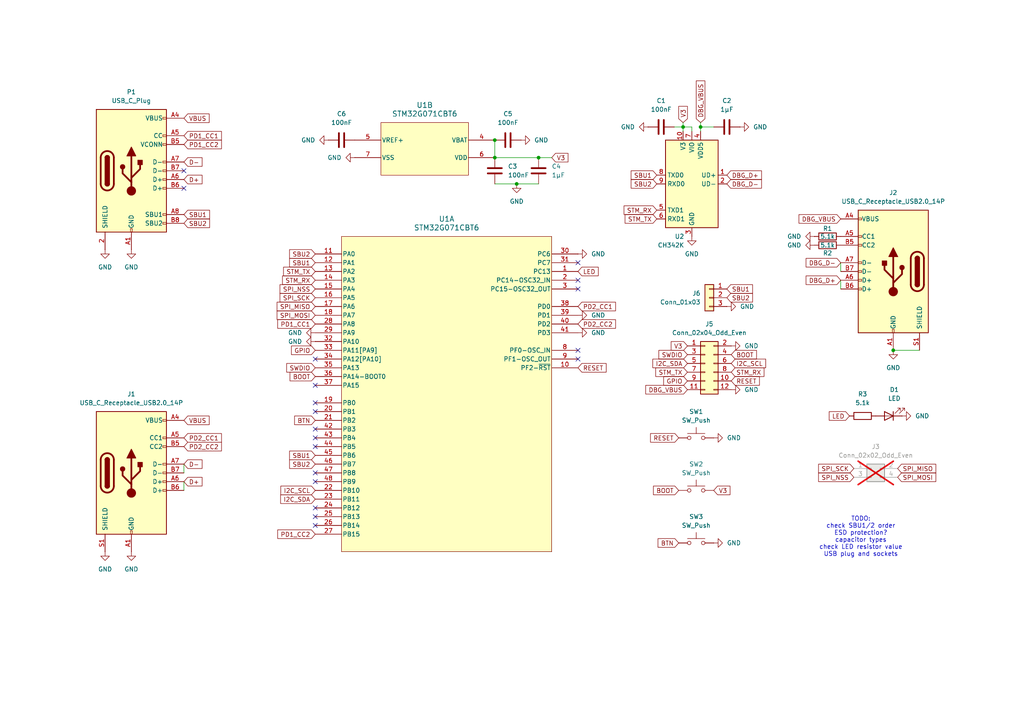
<source format=kicad_sch>
(kicad_sch (version 20231120) (generator "eeschema") (generator_version "8.0")
  (paper "A4")
  (lib_symbols
    (symbol "Connector:USB_C_Plug" (pin_names (offset 1.016))
      (property "Reference" "P1" (at 0 33.02 0))
      (property "Value" "USB_C_Plug" (at 0 30.48 0))
      (symbol "USB_C_Plug_0_0"
        (rectangle (start -0.254 -6.604) (end 0.254 -7.62))
        (rectangle (start 9.144 5.334) (end 10.16 4.826))
        (rectangle (start 9.144 7.874) (end 10.16 7.366))
        (rectangle (start 9.144 10.414) (end 10.16 9.906))
        (rectangle (start 9.144 12.954) (end 10.16 12.446))
        (rectangle (start 9.144 18.034) (end 10.16 17.526))
        (rectangle (start 10.16 -4.826) (end 9.144 -5.334))
        (rectangle (start 10.16 -2.286) (end 9.144 -2.794))
        (rectangle (start 10.16 20.574) (end 9.144 20.066))
        (rectangle (start 10.16 25.654) (end 9.144 25.146))
      )
      (symbol "USB_C_Plug_0_1"
        (rectangle (start -10.16 27.94) (end 10.16 -7.62) (stroke (width 0.254)) (fill (type background)))
        (arc (start -8.89 6.35) (mid -6.985 4.4533) (end -5.08 6.35) (stroke (width 0.508)))
        (arc (start -7.62 6.35) (mid -6.985 5.7177) (end -6.35 6.35) (stroke (width 0.254)))
        (arc (start -7.62 6.35) (mid -6.985 5.7177) (end -6.35 6.35) (stroke (width 0.254)) (fill (type outline)))
        (rectangle (start -7.62 6.35) (end -6.35 13.97) (stroke (width 0.254)) (fill (type outline)))
        (arc (start -6.35 13.97) (mid -6.985 14.6023) (end -7.62 13.97) (stroke (width 0.254)))
        (arc (start -6.35 13.97) (mid -6.985 14.6023) (end -7.62 13.97) (stroke (width 0.254)) (fill (type outline)))
        (arc (start -5.08 13.97) (mid -6.985 15.8667) (end -8.89 13.97) (stroke (width 0.508)))
        (polyline (pts (xy -8.89 6.35) (xy -8.89 13.97)) (stroke (width 0.508)))
        (polyline (pts (xy -5.08 13.97) (xy -5.08 6.35)) (stroke (width 0.508)))
      )
      (symbol "USB_C_Plug_1_1"
        (circle (center -2.54 11.303) (radius 0.635) (stroke (width 0.254)) (fill (type outline)))
        (polyline (pts (xy 0 4.318) (xy 0 14.478)) (stroke (width 0.508)))
        (polyline (pts (xy 0 6.858) (xy -2.54 9.398) (xy -2.54 10.668)) (stroke (width 0.508)))
        (polyline (pts (xy 0 8.128) (xy 2.54 10.668) (xy 2.54 11.938)) (stroke (width 0.508)))
        (polyline (pts (xy -1.27 14.478) (xy 0 17.018) (xy 1.27 14.478) (xy -1.27 14.478)) (stroke (width 0.254)) (fill (type outline)))
        (circle (center 0 4.318) (radius 1.27) (fill (type outline)))
        (rectangle (start 1.905 11.938) (end 3.175 13.208) (stroke (width 0.254)) (fill (type outline)))
        (pin passive line (at -7.62 -12.7 90) (length 5.08) (name "SHIELD") (number "2"))
        (pin passive line (at -7.62 -12.7 90) (length 5.08) hide (name "SHIELD") (number "3"))
        (pin passive line (at 0 -12.7 90) (length 5.08) (name "GND") (number "A1"))
        (pin passive line (at 0 -12.7 90) (length 5.08) hide (name "GND") (number "A12"))
        (pin passive line (at 15.24 25.4 180) (length 5.08) (name "VBUS") (number "A4"))
        (pin bidirectional line (at 15.24 20.32 180) (length 5.08) (name "CC") (number "A5"))
        (pin bidirectional line (at 15.24 7.62 180) (length 5.08) (name "D+") (number "A6"))
        (pin bidirectional line (at 15.24 12.7 180) (length 5.08) (name "D-") (number "A7"))
        (pin bidirectional line (at 15.24 -2.54 180) (length 5.08) (name "SBU1") (number "A8"))
        (pin passive line (at 15.24 25.4 180) (length 5.08) hide (name "VBUS") (number "A9"))
        (pin passive line (at 0 -12.7 90) (length 5.08) hide (name "GND") (number "B1"))
        (pin passive line (at 0 -12.7 90) (length 5.08) hide (name "GND") (number "B12"))
        (pin passive line (at 15.24 25.4 180) (length 5.08) hide (name "VBUS") (number "B4"))
        (pin bidirectional line (at 15.24 17.78 180) (length 5.08) (name "VCONN") (number "B5"))
        (pin bidirectional line (at 15.24 5.08 180) (length 5.08) (name "D+") (number "B6"))
        (pin bidirectional line (at 15.24 10.16 180) (length 5.08) (name "D-") (number "B7"))
        (pin bidirectional line (at 15.24 -5.08 180) (length 5.08) (name "SBU2") (number "B8"))
        (pin passive line (at 15.24 25.4 180) (length 5.08) hide (name "VBUS") (number "B9"))
      )
    )
    (symbol "Connector:USB_C_Receptacle_USB2.0_14P" (pin_names (offset 1.016))
      (property "Reference" "J2" (at 0 22.86 0))
      (property "Value" "USB_C_Receptacle_USB2.0_14P" (at 0 20.32 0))
      (symbol "USB_C_Receptacle_USB2.0_14P_0_0"
        (rectangle (start -0.254 -17.78) (end 0.254 -16.764))
        (rectangle (start 10.16 -4.826) (end 9.144 -5.334))
        (rectangle (start 10.16 -2.286) (end 9.144 -2.794))
        (rectangle (start 10.16 0.254) (end 9.144 -0.254))
        (rectangle (start 10.16 2.794) (end 9.144 2.286))
        (rectangle (start 10.16 7.874) (end 9.144 7.366))
        (rectangle (start 10.16 10.414) (end 9.144 9.906))
        (rectangle (start 10.16 15.494) (end 9.144 14.986))
      )
      (symbol "USB_C_Receptacle_USB2.0_14P_0_1"
        (rectangle (start -10.16 17.78) (end 10.16 -17.78) (stroke (width 0.254)) (fill (type background)))
        (arc (start -8.89 -3.81) (mid -6.985 -5.7067) (end -5.08 -3.81) (stroke (width 0.508)))
        (arc (start -7.62 -3.81) (mid -6.985 -4.4423) (end -6.35 -3.81) (stroke (width 0.254)))
        (arc (start -7.62 -3.81) (mid -6.985 -4.4423) (end -6.35 -3.81) (stroke (width 0.254)) (fill (type outline)))
        (rectangle (start -7.62 -3.81) (end -6.35 3.81) (stroke (width 0.254)) (fill (type outline)))
        (arc (start -6.35 3.81) (mid -6.985 4.4423) (end -7.62 3.81) (stroke (width 0.254)))
        (arc (start -6.35 3.81) (mid -6.985 4.4423) (end -7.62 3.81) (stroke (width 0.254)) (fill (type outline)))
        (arc (start -5.08 3.81) (mid -6.985 5.7067) (end -8.89 3.81) (stroke (width 0.508)))
        (circle (center -2.54 1.143) (radius 0.635) (stroke (width 0.254)) (fill (type outline)))
        (circle (center 0 -5.842) (radius 1.27) (fill (type outline)))
        (polyline (pts (xy -8.89 -3.81) (xy -8.89 3.81)) (stroke (width 0.508)))
        (polyline (pts (xy -5.08 3.81) (xy -5.08 -3.81)) (stroke (width 0.508)))
        (polyline (pts (xy 0 -5.842) (xy 0 4.318)) (stroke (width 0.508)))
        (polyline (pts (xy 0 -3.302) (xy -2.54 -0.762) (xy -2.54 0.508)) (stroke (width 0.508)))
        (polyline (pts (xy 0 -2.032) (xy 2.54 0.508) (xy 2.54 1.778)) (stroke (width 0.508)))
        (polyline (pts (xy -1.27 4.318) (xy 0 6.858) (xy 1.27 4.318) (xy -1.27 4.318)) (stroke (width 0.254)) (fill (type outline)))
        (rectangle (start 1.905 1.778) (end 3.175 3.048) (stroke (width 0.254)) (fill (type outline)))
      )
      (symbol "USB_C_Receptacle_USB2.0_14P_1_1"
        (pin passive line (at 0 -22.86 90) (length 5.08) (name "GND") (number "A1"))
        (pin passive line (at 15.24 15.24 180) (length 5.08) (name "VBUS") (number "A4"))
        (pin bidirectional line (at 15.24 10.16 180) (length 5.08) (name "CC1") (number "A5"))
        (pin bidirectional line (at 15.24 -2.54 180) (length 5.08) (name "D+") (number "A6"))
        (pin bidirectional line (at 15.24 2.54 180) (length 5.08) (name "D-") (number "A7"))
        (pin passive line (at 0 -22.86 90) (length 5.08) hide (name "GND") (number "B1"))
        (pin passive line (at 15.24 15.24 180) (length 5.08) hide (name "VBUS") (number "B4"))
        (pin bidirectional line (at 15.24 7.62 180) (length 5.08) (name "CC2") (number "B5"))
        (pin bidirectional line (at 15.24 -5.08 180) (length 5.08) (name "D+") (number "B6"))
        (pin bidirectional line (at 15.24 0 180) (length 5.08) (name "D-") (number "B7"))
        (pin passive line (at -7.62 -22.86 90) (length 5.08) (name "SHIELD") (number "S1"))
      )
    )
    (symbol "Connector_Generic:Conn_01x03" (pin_names (offset 1.016) hide)
      (property "Reference" "J" (at 0 5.08 0))
      (property "Value" "Conn_01x03" (at 0 -5.08 0))
      (symbol "Conn_01x03_1_1"
        (rectangle (start -1.27 -2.413) (end 0 -2.667) (stroke (width 0.1524)))
        (rectangle (start -1.27 0.127) (end 0 -0.127) (stroke (width 0.1524)))
        (rectangle (start -1.27 2.667) (end 0 2.413) (stroke (width 0.1524)))
        (rectangle (start -1.27 3.81) (end 1.27 -3.81) (stroke (width 0.254)) (fill (type background)))
        (pin passive line (at -5.08 2.54 0) (length 3.81) (name "Pin_1") (number "1"))
        (pin passive line (at -5.08 0 0) (length 3.81) (name "Pin_2") (number "2"))
        (pin passive line (at -5.08 -2.54 0) (length 3.81) (name "Pin_3") (number "3"))
      )
    )
    (symbol "Connector_Generic:Conn_02x02_Odd_Even" (pin_names (offset 1.016) hide)
      (property "Reference" "J" (at 1.27 2.54 0))
      (property "Value" "Conn_02x02_Odd_Even" (at 1.27 -5.08 0))
      (symbol "Conn_02x02_Odd_Even_1_1"
        (rectangle (start -1.27 -2.413) (end 0 -2.667) (stroke (width 0.1524)))
        (rectangle (start -1.27 0.127) (end 0 -0.127) (stroke (width 0.1524)))
        (rectangle (start -1.27 1.27) (end 3.81 -3.81) (stroke (width 0.254)) (fill (type background)))
        (rectangle (start 3.81 -2.413) (end 2.54 -2.667) (stroke (width 0.1524)))
        (rectangle (start 3.81 0.127) (end 2.54 -0.127) (stroke (width 0.1524)))
        (pin passive line (at -5.08 0 0) (length 3.81) (name "Pin_1") (number "1"))
        (pin passive line (at 7.62 0 180) (length 3.81) (name "Pin_2") (number "2"))
        (pin passive line (at -5.08 -2.54 0) (length 3.81) (name "Pin_3") (number "3"))
        (pin passive line (at 7.62 -2.54 180) (length 3.81) (name "Pin_4") (number "4"))
      )
    )
    (symbol "Connector_Generic:Conn_02x06_Odd_Even" (pin_names (offset 1.016) hide)
      (property "Reference" "J" (at 1.27 7.62 0))
      (property "Value" "Conn_02x06_Odd_Even" (at 1.27 -10.16 0))
      (symbol "Conn_02x06_Odd_Even_1_1"
        (rectangle (start -1.27 -7.493) (end 0 -7.747) (stroke (width 0.1524)))
        (rectangle (start -1.27 -4.953) (end 0 -5.207) (stroke (width 0.1524)))
        (rectangle (start -1.27 -2.413) (end 0 -2.667) (stroke (width 0.1524)))
        (rectangle (start -1.27 0.127) (end 0 -0.127) (stroke (width 0.1524)))
        (rectangle (start -1.27 2.667) (end 0 2.413) (stroke (width 0.1524)))
        (rectangle (start -1.27 5.207) (end 0 4.953) (stroke (width 0.1524)))
        (rectangle (start -1.27 6.35) (end 3.81 -8.89) (stroke (width 0.254)) (fill (type background)))
        (rectangle (start 3.81 -7.493) (end 2.54 -7.747) (stroke (width 0.1524)))
        (rectangle (start 3.81 -4.953) (end 2.54 -5.207) (stroke (width 0.1524)))
        (rectangle (start 3.81 -2.413) (end 2.54 -2.667) (stroke (width 0.1524)))
        (rectangle (start 3.81 0.127) (end 2.54 -0.127) (stroke (width 0.1524)))
        (rectangle (start 3.81 2.667) (end 2.54 2.413) (stroke (width 0.1524)))
        (rectangle (start 3.81 5.207) (end 2.54 4.953) (stroke (width 0.1524)))
        (pin passive line (at -5.08 5.08 0) (length 3.81) (name "Pin_1") (number "1"))
        (pin passive line (at 7.62 -5.08 180) (length 3.81) (name "Pin_10") (number "10"))
        (pin passive line (at -5.08 -7.62 0) (length 3.81) (name "Pin_11") (number "11"))
        (pin passive line (at 7.62 -7.62 180) (length 3.81) (name "Pin_12") (number "12"))
        (pin passive line (at 7.62 5.08 180) (length 3.81) (name "Pin_2") (number "2"))
        (pin passive line (at -5.08 2.54 0) (length 3.81) (name "Pin_3") (number "3"))
        (pin passive line (at 7.62 2.54 180) (length 3.81) (name "Pin_4") (number "4"))
        (pin passive line (at -5.08 0 0) (length 3.81) (name "Pin_5") (number "5"))
        (pin passive line (at 7.62 0 180) (length 3.81) (name "Pin_6") (number "6"))
        (pin passive line (at -5.08 -2.54 0) (length 3.81) (name "Pin_7") (number "7"))
        (pin passive line (at 7.62 -2.54 180) (length 3.81) (name "Pin_8") (number "8"))
        (pin passive line (at -5.08 -5.08 0) (length 3.81) (name "Pin_9") (number "9"))
      )
    )
    (symbol "Debubo:STM32G071CBT6" (pin_names (offset 0.254))
      (property "Reference" "U" (at 38.1 10.16 0))
      (property "Value" "STM32G071CBT6" (at 38.1 7.62 0))
      (symbol "STM32G071CBT6_1_1"
        (rectangle (start 7.62 5.08) (end 68.58 -86.36) (fill (type background)))
        (pin bidirectional line (at 76.2 -5.08 180) (length 7.62) (name "PC13") (number "1"))
        (pin bidirectional line (at 76.2 -33.02 180) (length 7.62) (name "PF2-~{RST}") (number "10"))
        (pin bidirectional line (at 0 0 0) (length 7.62) (name "PA0") (number "11"))
        (pin bidirectional line (at 0 -2.54 0) (length 7.62) (name "PA1") (number "12"))
        (pin bidirectional line (at 0 -5.08 0) (length 7.62) (name "PA2") (number "13"))
        (pin bidirectional line (at 0 -7.62 0) (length 7.62) (name "PA3") (number "14"))
        (pin bidirectional line (at 0 -10.16 0) (length 7.62) (name "PA4") (number "15"))
        (pin bidirectional line (at 0 -12.7 0) (length 7.62) (name "PA5") (number "16"))
        (pin bidirectional line (at 0 -15.24 0) (length 7.62) (name "PA6") (number "17"))
        (pin bidirectional line (at 0 -17.78 0) (length 7.62) (name "PA7") (number "18"))
        (pin bidirectional line (at 0 -43.18 0) (length 7.62) (name "PB0") (number "19"))
        (pin bidirectional line (at 76.2 -7.62 180) (length 7.62) (name "PC14-OSC32_IN") (number "2"))
        (pin bidirectional line (at 0 -45.72 0) (length 7.62) (name "PB1") (number "20"))
        (pin bidirectional line (at 0 -48.26 0) (length 7.62) (name "PB2") (number "21"))
        (pin bidirectional line (at 0 -68.58 0) (length 7.62) (name "PB10") (number "22"))
        (pin bidirectional line (at 0 -71.12 0) (length 7.62) (name "PB11") (number "23"))
        (pin bidirectional line (at 0 -73.66 0) (length 7.62) (name "PB12") (number "24"))
        (pin bidirectional line (at 0 -76.2 0) (length 7.62) (name "PB13") (number "25"))
        (pin bidirectional line (at 0 -78.74 0) (length 7.62) (name "PB14") (number "26"))
        (pin bidirectional line (at 0 -81.28 0) (length 7.62) (name "PB15") (number "27"))
        (pin bidirectional line (at 0 -20.32 0) (length 7.62) (name "PA8") (number "28"))
        (pin bidirectional line (at 0 -22.86 0) (length 7.62) (name "PA9") (number "29"))
        (pin bidirectional line (at 76.2 -10.16 180) (length 7.62) (name "PC15-OSC32_OUT") (number "3"))
        (pin bidirectional line (at 76.2 0 180) (length 7.62) (name "PC6") (number "30"))
        (pin bidirectional line (at 76.2 -2.54 180) (length 7.62) (name "PC7") (number "31"))
        (pin bidirectional line (at 0 -25.4 0) (length 7.62) (name "PA10") (number "32"))
        (pin bidirectional line (at 0 -27.94 0) (length 7.62) (name "PA11[PA9]") (number "33"))
        (pin bidirectional line (at 0 -30.48 0) (length 7.62) (name "PA12[PA10]") (number "34"))
        (pin bidirectional line (at 0 -33.02 0) (length 7.62) (name "PA13") (number "35"))
        (pin bidirectional line (at 0 -35.56 0) (length 7.62) (name "PA14-BOOT0") (number "36"))
        (pin bidirectional line (at 0 -38.1 0) (length 7.62) (name "PA15") (number "37"))
        (pin bidirectional line (at 76.2 -15.24 180) (length 7.62) (name "PD0") (number "38"))
        (pin bidirectional line (at 76.2 -17.78 180) (length 7.62) (name "PD1") (number "39"))
        (pin bidirectional line (at 76.2 -20.32 180) (length 7.62) (name "PD2") (number "40"))
        (pin bidirectional line (at 76.2 -22.86 180) (length 7.62) (name "PD3") (number "41"))
        (pin bidirectional line (at 0 -50.8 0) (length 7.62) (name "PB3") (number "42"))
        (pin bidirectional line (at 0 -53.34 0) (length 7.62) (name "PB4") (number "43"))
        (pin bidirectional line (at 0 -55.88 0) (length 7.62) (name "PB5") (number "44"))
        (pin bidirectional line (at 0 -58.42 0) (length 7.62) (name "PB6") (number "45"))
        (pin bidirectional line (at 0 -60.96 0) (length 7.62) (name "PB7") (number "46"))
        (pin bidirectional line (at 0 -63.5 0) (length 7.62) (name "PB8") (number "47"))
        (pin bidirectional line (at 0 -66.04 0) (length 7.62) (name "PB9") (number "48"))
        (pin bidirectional line (at 76.2 -27.94 180) (length 7.62) (name "PF0-OSC_IN") (number "8"))
        (pin bidirectional line (at 76.2 -30.48 180) (length 7.62) (name "PF1-OSC_OUT") (number "9"))
      )
      (symbol "STM32G071CBT6_2_1"
        (rectangle (start 7.62 5.08) (end 33.02 -10.16) (fill (type background)))
        (pin power_in line (at 40.64 0 180) (length 7.62) (name "VBAT") (number "4"))
        (pin power_in line (at 0 0 0) (length 7.62) (name "VREF+") (number "5"))
        (pin power_in line (at 40.64 -5.08 180) (length 7.62) (name "VDD") (number "6"))
        (pin power_in line (at 0 -5.08 0) (length 7.62) (name "VSS") (number "7"))
      )
    )
    (symbol "Device:C" (pin_numbers hide) (pin_names (offset 0.254))
      (property "Reference" "C" (at 0.635 2.54 0))
      (property "Value" "C" (at 0.635 -2.54 0))
      (symbol "C_0_1"
        (polyline (pts (xy -2.032 -0.762) (xy 2.032 -0.762)) (stroke (width 0.508)))
        (polyline (pts (xy -2.032 0.762) (xy 2.032 0.762)) (stroke (width 0.508)))
      )
      (symbol "C_1_1"
        (pin passive line (at 0 3.81 270) (length 2.794) (name "~") (number "1"))
        (pin passive line (at 0 -3.81 90) (length 2.794) (name "~") (number "2"))
      )
    )
    (symbol "Device:LED" (pin_numbers hide) (pin_names (offset 1.016) hide)
      (property "Reference" "D" (at 0 2.54 0))
      (property "Value" "LED" (at 0 -2.54 0))
      (symbol "LED_0_1"
        (polyline (pts (xy -1.27 -1.27) (xy -1.27 1.27)) (stroke (width 0.254)))
        (polyline (pts (xy -1.27 0) (xy 1.27 0)))
        (polyline (pts (xy 1.27 -1.27) (xy 1.27 1.27) (xy -1.27 0) (xy 1.27 -1.27)) (stroke (width 0.254)))
        (polyline (pts (xy -3.048 -0.762) (xy -4.572 -2.286) (xy -3.81 -2.286) (xy -4.572 -2.286) (xy -4.572 -1.524)))
        (polyline (pts (xy -1.778 -0.762) (xy -3.302 -2.286) (xy -2.54 -2.286) (xy -3.302 -2.286) (xy -3.302 -1.524)))
      )
      (symbol "LED_1_1"
        (pin passive line (at -3.81 0 0) (length 2.54) (name "K") (number "1"))
        (pin passive line (at 3.81 0 180) (length 2.54) (name "A") (number "2"))
      )
    )
    (symbol "Device:R" (pin_numbers hide) (pin_names (offset 0))
      (property "Reference" "R" (at 2.032 0 90))
      (property "Value" "R" (at 0 0 90))
      (symbol "R_0_1"
        (rectangle (start -1.016 -2.54) (end 1.016 2.54) (stroke (width 0.254)))
      )
      (symbol "R_1_1"
        (pin passive line (at 0 3.81 270) (length 1.27) (name "~") (number "1"))
        (pin passive line (at 0 -3.81 90) (length 1.27) (name "~") (number "2"))
      )
    )
    (symbol "Interface_USB:CH340K"
      (property "Reference" "U2" (at 2.1941 -15.24 0))
      (property "Value" "CH342K" (at 2.1941 -17.78 0))
      (symbol "CH340K_0_1"
        (rectangle (start -7.62 12.7) (end 7.62 -12.7) (stroke (width 0.254)) (fill (type background)))
      )
      (symbol "CH340K_1_0"
        (pin passive line (at 0 -15.24 90) (length 2.54) hide (name "GND") (number "11"))
      )
      (symbol "CH340K_1_1"
        (pin bidirectional line (at -10.16 2.54 0) (length 2.54) (name "UD+") (number "1"))
        (pin passive line (at 2.54 15.24 270) (length 2.54) (name "V3") (number "10"))
        (pin bidirectional line (at -10.16 0 0) (length 2.54) (name "UD-") (number "2"))
        (pin power_in line (at 0 -15.24 90) (length 2.54) (name "GND") (number "3"))
        (pin power_in line (at -2.54 15.24 270) (length 2.54) (name "VDD5") (number "4"))
        (pin output line (at 10.16 -7.62 180) (length 2.54) (name "TXD1") (number "5"))
        (pin input line (at 10.16 -10.16 180) (length 2.54) (name "RXD1") (number "6"))
        (pin power_in line (at 0 15.24 270) (length 2.54) (name "VIO") (number "7"))
        (pin output line (at 10.16 2.54 180) (length 2.54) (name "TXD0") (number "8"))
        (pin input line (at 10.16 0 180) (length 2.54) (name "RXD0") (number "9"))
      )
    )
    (symbol "Switch:SW_Push" (pin_numbers hide) (pin_names (offset 1.016) hide)
      (property "Reference" "SW" (at 1.27 2.54 0))
      (property "Value" "SW_Push" (at 0 -1.524 0))
      (symbol "SW_Push_0_1"
        (circle (center -2.032 0) (radius 0.508))
        (polyline (pts (xy 0 1.27) (xy 0 3.048)))
        (polyline (pts (xy 2.54 1.27) (xy -2.54 1.27)))
        (circle (center 2.032 0) (radius 0.508))
        (pin passive line (at -5.08 0 0) (length 2.54) (name "1") (number "1"))
        (pin passive line (at 5.08 0 180) (length 2.54) (name "2") (number "2"))
      )
    )
    (symbol "USB_C_Receptacle_USB2.0_14P_1" (pin_names (offset 1.016))
      (property "Reference" "J1" (at 0 22.86 0))
      (property "Value" "USB_C_Receptacle_USB2.0_14P" (at 0 20.32 0))
      (symbol "USB_C_Receptacle_USB2.0_14P_1_0_0"
        (rectangle (start -0.254 -17.78) (end 0.254 -16.764))
        (rectangle (start 10.16 -4.826) (end 9.144 -5.334))
        (rectangle (start 10.16 -2.286) (end 9.144 -2.794))
        (rectangle (start 10.16 0.254) (end 9.144 -0.254))
        (rectangle (start 10.16 2.794) (end 9.144 2.286))
        (rectangle (start 10.16 7.874) (end 9.144 7.366))
        (rectangle (start 10.16 10.414) (end 9.144 9.906))
        (rectangle (start 10.16 15.494) (end 9.144 14.986))
      )
      (symbol "USB_C_Receptacle_USB2.0_14P_1_0_1"
        (rectangle (start -10.16 17.78) (end 10.16 -17.78) (stroke (width 0.254)) (fill (type background)))
        (arc (start -8.89 -3.81) (mid -6.985 -5.7067) (end -5.08 -3.81) (stroke (width 0.508)))
        (arc (start -7.62 -3.81) (mid -6.985 -4.4423) (end -6.35 -3.81) (stroke (width 0.254)))
        (arc (start -7.62 -3.81) (mid -6.985 -4.4423) (end -6.35 -3.81) (stroke (width 0.254)) (fill (type outline)))
        (rectangle (start -7.62 -3.81) (end -6.35 3.81) (stroke (width 0.254)) (fill (type outline)))
        (arc (start -6.35 3.81) (mid -6.985 4.4423) (end -7.62 3.81) (stroke (width 0.254)))
        (arc (start -6.35 3.81) (mid -6.985 4.4423) (end -7.62 3.81) (stroke (width 0.254)) (fill (type outline)))
        (arc (start -5.08 3.81) (mid -6.985 5.7067) (end -8.89 3.81) (stroke (width 0.508)))
        (circle (center -2.54 1.143) (radius 0.635) (stroke (width 0.254)) (fill (type outline)))
        (circle (center 0 -5.842) (radius 1.27) (fill (type outline)))
        (polyline (pts (xy -8.89 -3.81) (xy -8.89 3.81)) (stroke (width 0.508)))
        (polyline (pts (xy -5.08 3.81) (xy -5.08 -3.81)) (stroke (width 0.508)))
        (polyline (pts (xy 0 -5.842) (xy 0 4.318)) (stroke (width 0.508)))
        (polyline (pts (xy 0 -3.302) (xy -2.54 -0.762) (xy -2.54 0.508)) (stroke (width 0.508)))
        (polyline (pts (xy 0 -2.032) (xy 2.54 0.508) (xy 2.54 1.778)) (stroke (width 0.508)))
        (polyline (pts (xy -1.27 4.318) (xy 0 6.858) (xy 1.27 4.318) (xy -1.27 4.318)) (stroke (width 0.254)) (fill (type outline)))
        (rectangle (start 1.905 1.778) (end 3.175 3.048) (stroke (width 0.254)) (fill (type outline)))
      )
      (symbol "USB_C_Receptacle_USB2.0_14P_1_1_1"
        (pin passive line (at 0 -22.86 90) (length 5.08) (name "GND") (number "A1"))
        (pin passive line (at 15.24 15.24 180) (length 5.08) (name "VBUS") (number "A4"))
        (pin bidirectional line (at 15.24 10.16 180) (length 5.08) (name "CC1") (number "A5"))
        (pin bidirectional line (at 15.24 -2.54 180) (length 5.08) (name "D+") (number "A6"))
        (pin bidirectional line (at 15.24 2.54 180) (length 5.08) (name "D-") (number "A7"))
        (pin passive line (at 0 -22.86 90) (length 5.08) hide (name "GND") (number "B1"))
        (pin passive line (at 15.24 15.24 180) (length 5.08) hide (name "VBUS") (number "B4"))
        (pin bidirectional line (at 15.24 7.62 180) (length 5.08) (name "CC2") (number "B5"))
        (pin bidirectional line (at 15.24 -5.08 180) (length 5.08) (name "D+") (number "B6"))
        (pin bidirectional line (at 15.24 0 180) (length 5.08) (name "D-") (number "B7"))
        (pin passive line (at -7.62 -22.86 90) (length 5.08) (name "SHIELD") (number "S1"))
      )
    )
    (symbol "power:GND" (power) (pin_numbers hide) (pin_names (offset 0) hide)
      (property "Value" "GND" (at 0 -3.81 0))
      (symbol "GND_0_1"
        (polyline (pts (xy 0 0) (xy 0 -1.27) (xy 1.27 -1.27) (xy 0 -2.54) (xy -1.27 -1.27) (xy 0 -1.27)))
      )
      (symbol "GND_1_1"
        (pin power_in line (at 0 0 270) (length 0) (name "~") (number "1"))
      )
    )
  )
  (junction (at 156.21 45.72))
  (junction (at 198.12 36.83))
  (junction (at 259.08 101.6))
  (junction (at 203.2 36.83))
  (junction (at 143.51 45.72))
  (junction (at 143.51 40.64))
  (junction (at 149.86 53.34))
  (no_connect (at 167.64 81.28))
  (no_connect (at 91.44 116.84))
  (no_connect (at 53.34 49.53))
  (no_connect (at 91.44 111.76))
  (no_connect (at 167.64 83.82))
  (no_connect (at 91.44 124.46))
  (no_connect (at 91.44 152.4))
  (no_connect (at 91.44 127))
  (no_connect (at 91.44 139.7))
  (no_connect (at 91.44 149.86))
  (no_connect (at 91.44 119.38))
  (no_connect (at 53.34 54.61))
  (no_connect (at 167.64 104.14))
  (no_connect (at 167.64 76.2))
  (no_connect (at 91.44 137.16))
  (no_connect (at 91.44 129.54))
  (no_connect (at 167.64 101.6))
  (no_connect (at 91.44 104.14))
  (no_connect (at 91.44 147.32))
  (wire (pts (xy 198.12 35.56) (xy 198.12 36.83)))
  (wire (pts (xy 200.66 36.83) (xy 200.66 38.1)))
  (wire (pts (xy 143.51 40.64) (xy 143.51 45.72)))
  (wire (pts (xy 198.12 36.83) (xy 200.66 36.83)))
  (wire (pts (xy 156.21 45.72) (xy 160.02 45.72)))
  (wire (pts (xy 53.34 134.62) (xy 53.34 137.16)))
  (wire (pts (xy 143.51 45.72) (xy 156.21 45.72)))
  (wire (pts (xy 143.51 53.34) (xy 149.86 53.34)))
  (wire (pts (xy 53.34 139.7) (xy 53.34 142.24)))
  (wire (pts (xy 243.84 81.28) (xy 243.84 83.82)))
  (wire (pts (xy 203.2 36.83) (xy 203.2 38.1)))
  (wire (pts (xy 243.84 76.2) (xy 243.84 78.74)))
  (wire (pts (xy 259.08 101.6) (xy 266.7 101.6)))
  (wire (pts (xy 203.2 35.56) (xy 203.2 36.83)))
  (wire (pts (xy 207.01 36.83) (xy 203.2 36.83)))
  (wire (pts (xy 149.86 53.34) (xy 156.21 53.34)))
  (wire (pts (xy 195.58 36.83) (xy 198.12 36.83)))
  (wire (pts (xy 198.12 36.83) (xy 198.12 38.1)))
  (text "TODO:\ncheck SBU1/2 order\nESD protection?\ncapacitor types\ncheck LED resistor value\nUSB plug and sockets" (at 249.682 155.702 0) (effects (font (size 1.27 1.27))))
  (global_label "V3" (shape input) (at 199.39 100.33 180) (property "Intersheetrefs" "${INTERSHEET_REFS}" (effects (hide yes))))
  (global_label "BTN" (shape input) (at 91.44 121.92 180) (property "Intersheetrefs" "${INTERSHEET_REFS}" (effects (hide yes))))
  (global_label "DBG_D+" (shape input) (at 210.82 50.8 0) (property "Intersheetrefs" "${INTERSHEET_REFS}" (effects (hide yes))))
  (global_label "SPI_SCK" (shape input) (at 91.44 86.36 180) (property "Intersheetrefs" "${INTERSHEET_REFS}" (effects (hide yes))))
  (global_label "PD1_CC1" (shape input) (at 91.44 93.98 180) (property "Intersheetrefs" "${INTERSHEET_REFS}" (effects (hide yes))))
  (global_label "SBU2" (shape input) (at 91.44 134.62 180) (property "Intersheetrefs" "${INTERSHEET_REFS}" (effects (hide yes))))
  (global_label "RESET" (shape input) (at 196.85 127 180) (property "Intersheetrefs" "${INTERSHEET_REFS}" (effects (hide yes))))
  (global_label "GPIO" (shape input) (at 199.39 110.49 180) (property "Intersheetrefs" "${INTERSHEET_REFS}" (effects (hide yes))))
  (global_label "PD1_CC2" (shape input) (at 53.34 41.91 0) (property "Intersheetrefs" "${INTERSHEET_REFS}" (effects (hide yes))))
  (global_label "STM_TX" (shape input) (at 199.39 107.95 180) (property "Intersheetrefs" "${INTERSHEET_REFS}" (effects (hide yes))))
  (global_label "SPI_MOSI" (shape input) (at 260.35 138.43 0) (property "Intersheetrefs" "${INTERSHEET_REFS}" (effects (hide yes))))
  (global_label "SBU2" (shape input) (at 91.44 73.66 180) (property "Intersheetrefs" "${INTERSHEET_REFS}" (effects (hide yes))))
  (global_label "V3" (shape input) (at 160.02 45.72 0) (property "Intersheetrefs" "${INTERSHEET_REFS}" (effects (hide yes))))
  (global_label "VBUS" (shape input) (at 53.34 121.92 0) (property "Intersheetrefs" "${INTERSHEET_REFS}" (effects (hide yes))))
  (global_label "PD2_CC2" (shape input) (at 53.34 129.54 0) (property "Intersheetrefs" "${INTERSHEET_REFS}" (effects (hide yes))))
  (global_label "I2C_SDA" (shape input) (at 91.44 144.78 180) (property "Intersheetrefs" "${INTERSHEET_REFS}" (effects (hide yes))))
  (global_label "BOOT" (shape input) (at 196.85 142.24 180) (property "Intersheetrefs" "${INTERSHEET_REFS}" (effects (hide yes))))
  (global_label "GPIO" (shape input) (at 91.44 101.6 180) (property "Intersheetrefs" "${INTERSHEET_REFS}" (effects (hide yes))))
  (global_label "SPI_MOSI" (shape input) (at 91.44 91.44 180) (property "Intersheetrefs" "${INTERSHEET_REFS}" (effects (hide yes))))
  (global_label "V3" (shape input) (at 207.01 142.24 0) (property "Intersheetrefs" "${INTERSHEET_REFS}" (effects (hide yes))))
  (global_label "SPI_MISO" (shape input) (at 260.35 135.89 0) (property "Intersheetrefs" "${INTERSHEET_REFS}" (effects (hide yes))))
  (global_label "LED" (shape input) (at 167.64 78.74 0) (property "Intersheetrefs" "${INTERSHEET_REFS}" (effects (hide yes))))
  (global_label "SBU1" (shape input) (at 91.44 132.08 180) (property "Intersheetrefs" "${INTERSHEET_REFS}" (effects (hide yes))))
  (global_label "STM_RX" (shape input) (at 190.5 60.96 180) (property "Intersheetrefs" "${INTERSHEET_REFS}" (effects (hide yes))))
  (global_label "BOOT" (shape input) (at 91.44 109.22 180) (property "Intersheetrefs" "${INTERSHEET_REFS}" (effects (hide yes))))
  (global_label "SBU2" (shape input) (at 53.34 64.77 0) (property "Intersheetrefs" "${INTERSHEET_REFS}" (effects (hide yes))))
  (global_label "RESET" (shape input) (at 212.09 110.49 0) (property "Intersheetrefs" "${INTERSHEET_REFS}" (effects (hide yes))))
  (global_label "SPI_NSS" (shape input) (at 91.44 83.82 180) (property "Intersheetrefs" "${INTERSHEET_REFS}" (effects (hide yes))))
  (global_label "I2C_SDA" (shape input) (at 199.39 105.41 180) (property "Intersheetrefs" "${INTERSHEET_REFS}" (effects (hide yes))))
  (global_label "RESET" (shape input) (at 167.64 106.68 0) (property "Intersheetrefs" "${INTERSHEET_REFS}" (effects (hide yes))))
  (global_label "SBU1" (shape input) (at 190.5 50.8 180) (property "Intersheetrefs" "${INTERSHEET_REFS}" (effects (hide yes))))
  (global_label "BTN" (shape input) (at 196.85 157.48 180) (property "Intersheetrefs" "${INTERSHEET_REFS}" (effects (hide yes))))
  (global_label "PD1_CC2" (shape input) (at 91.44 154.94 180) (property "Intersheetrefs" "${INTERSHEET_REFS}" (effects (hide yes))))
  (global_label "D+" (shape input) (at 53.34 139.7 0) (property "Intersheetrefs" "${INTERSHEET_REFS}" (effects (hide yes))))
  (global_label "SPI_MISO" (shape input) (at 91.44 88.9 180) (property "Intersheetrefs" "${INTERSHEET_REFS}" (effects (hide yes))))
  (global_label "SPI_SCK" (shape input) (at 247.65 135.89 180) (property "Intersheetrefs" "${INTERSHEET_REFS}" (effects (hide yes))))
  (global_label "DBG_D-" (shape input) (at 243.84 76.2 180) (property "Intersheetrefs" "${INTERSHEET_REFS}" (effects (hide yes))))
  (global_label "V3" (shape input) (at 198.12 35.56 90) (property "Intersheetrefs" "${INTERSHEET_REFS}" (effects (hide yes))))
  (global_label "SBU1" (shape input) (at 53.34 62.23 0) (property "Intersheetrefs" "${INTERSHEET_REFS}" (effects (hide yes))))
  (global_label "SBU1" (shape input) (at 91.44 76.2 180) (property "Intersheetrefs" "${INTERSHEET_REFS}" (effects (hide yes))))
  (global_label "I2C_SCL" (shape input) (at 91.44 142.24 180) (property "Intersheetrefs" "${INTERSHEET_REFS}" (effects (hide yes))))
  (global_label "PD2_CC1" (shape input) (at 167.64 88.9 0) (property "Intersheetrefs" "${INTERSHEET_REFS}" (effects (hide yes))))
  (global_label "DBG_VBUS" (shape input) (at 203.2 35.56 90) (property "Intersheetrefs" "${INTERSHEET_REFS}" (effects (hide yes))))
  (global_label "PD2_CC2" (shape input) (at 167.64 93.98 0) (property "Intersheetrefs" "${INTERSHEET_REFS}" (effects (hide yes))))
  (global_label "STM_TX" (shape input) (at 91.44 78.74 180) (property "Intersheetrefs" "${INTERSHEET_REFS}" (effects (hide yes))))
  (global_label "DBG_VBUS" (shape input) (at 243.84 63.5 180) (property "Intersheetrefs" "${INTERSHEET_REFS}" (effects (hide yes))))
  (global_label "DBG_D-" (shape input) (at 210.82 53.34 0) (property "Intersheetrefs" "${INTERSHEET_REFS}" (effects (hide yes))))
  (global_label "SWDIO" (shape input) (at 91.44 106.68 180) (property "Intersheetrefs" "${INTERSHEET_REFS}" (effects (hide yes))))
  (global_label "VBUS" (shape input) (at 53.34 34.29 0) (property "Intersheetrefs" "${INTERSHEET_REFS}" (effects (hide yes))))
  (global_label "SWDIO" (shape input) (at 199.39 102.87 180) (property "Intersheetrefs" "${INTERSHEET_REFS}" (effects (hide yes))))
  (global_label "SBU2" (shape input) (at 190.5 53.34 180) (property "Intersheetrefs" "${INTERSHEET_REFS}" (effects (hide yes))))
  (global_label "DBG_D+" (shape input) (at 243.84 81.28 180) (property "Intersheetrefs" "${INTERSHEET_REFS}" (effects (hide yes))))
  (global_label "PD2_CC1" (shape input) (at 53.34 127 0) (property "Intersheetrefs" "${INTERSHEET_REFS}" (effects (hide yes))))
  (global_label "SPI_NSS" (shape input) (at 247.65 138.43 180) (property "Intersheetrefs" "${INTERSHEET_REFS}" (effects (hide yes))))
  (global_label "D-" (shape input) (at 53.34 46.99 0) (property "Intersheetrefs" "${INTERSHEET_REFS}" (effects (hide yes))))
  (global_label "STM_TX" (shape input) (at 190.5 63.5 180) (property "Intersheetrefs" "${INTERSHEET_REFS}" (effects (hide yes))))
  (global_label "BOOT" (shape input) (at 212.09 102.87 0) (property "Intersheetrefs" "${INTERSHEET_REFS}" (effects (hide yes))))
  (global_label "STM_RX" (shape input) (at 212.09 107.95 0) (property "Intersheetrefs" "${INTERSHEET_REFS}" (effects (hide yes))))
  (global_label "D+" (shape input) (at 53.34 52.07 0) (property "Intersheetrefs" "${INTERSHEET_REFS}" (effects (hide yes))))
  (global_label "PD1_CC1" (shape input) (at 53.34 39.37 0) (property "Intersheetrefs" "${INTERSHEET_REFS}" (effects (hide yes))))
  (global_label "DBG_VBUS" (shape input) (at 199.39 113.03 180) (property "Intersheetrefs" "${INTERSHEET_REFS}" (effects (hide yes))))
  (global_label "I2C_SCL" (shape input) (at 212.09 105.41 0) (property "Intersheetrefs" "${INTERSHEET_REFS}" (effects (hide yes))))
  (global_label "STM_RX" (shape input) (at 91.44 81.28 180) (property "Intersheetrefs" "${INTERSHEET_REFS}" (effects (hide yes))))
  (global_label "SBU1" (shape input) (at 210.82 83.82 0) (property "Intersheetrefs" "${INTERSHEET_REFS}" (effects (hide yes))))
  (global_label "SBU2" (shape input) (at 210.82 86.36 0) (property "Intersheetrefs" "${INTERSHEET_REFS}" (effects (hide yes))))
  (global_label "D-" (shape input) (at 53.34 134.62 0) (property "Intersheetrefs" "${INTERSHEET_REFS}" (effects (hide yes))))
  (global_label "LED" (shape input) (at 246.38 120.65 180) (property "Intersheetrefs" "${INTERSHEET_REFS}" (effects (hide yes))))
  (symbol (lib_id "Device:R") (at 240.03 68.58 90) (unit 1)
    (property "Reference" "R1" (at 240.03 66.294 90))
    (property "Value" "5.1k" (at 240.03 68.58 90))
    (property "Footprint" "Resistor_SMD:R_1206_3216Metric_Pad1.30x1.75mm_HandSolder" (effects (hide yes)))
    (property "Description" "Resistor" (effects (hide yes)))
  )
  (symbol (lib_id "power:GND") (at 102.87 45.72 270) (unit 1)
    (property "Reference" "#PWR03" (effects (hide yes)))
    (property "Value" "GND" (at 99.06 45.7199 90) (effects (justify right)))
    (property "Description" "Power symbol creates a global label with name \"GND\" , ground" (effects (hide yes)))
  )
  (symbol (lib_id "Switch:SW_Push") (at 201.93 157.48 0) (unit 1)
    (property "Reference" "SW3" (at 201.93 149.86 0))
    (property "Value" "SW_Push" (at 201.93 152.4 0))
    (property "Footprint" "Button_Switch_SMD:SW_SPST_B3U-1000P" (effects (hide yes)))
    (property "Description" "Push button switch, generic, two pins" (effects (hide yes)))
  )
  (symbol (lib_id "power:GND") (at 91.44 99.06 270) (unit 1)
    (property "Reference" "#PWR020" (effects (hide yes)))
    (property "Value" "GND" (at 87.63 99.0599 90) (effects (justify right)))
    (property "Description" "Power symbol creates a global label with name \"GND\" , ground" (effects (hide yes)))
  )
  (symbol (lib_id "power:GND") (at 210.82 88.9 90) (mirror x) (unit 1)
    (property "Reference" "#PWR015" (effects (hide yes)))
    (property "Value" "GND" (at 214.63 88.8999 90) (effects (justify right)))
    (property "Description" "Power symbol creates a global label with name \"GND\" , ground" (effects (hide yes)))
  )
  (symbol (lib_id "power:GND") (at 95.25 40.64 270) (unit 1)
    (property "Reference" "#PWR017" (effects (hide yes)))
    (property "Value" "GND" (at 91.44 40.6399 90) (effects (justify right)))
    (property "Description" "Power symbol creates a global label with name \"GND\" , ground" (effects (hide yes)))
  )
  (symbol (lib_id "power:GND") (at 236.22 68.58 270) (unit 1)
    (property "Reference" "#PWR018" (effects (hide yes)))
    (property "Value" "GND" (at 232.41 68.5799 90) (effects (justify right)))
    (property "Description" "Power symbol creates a global label with name \"GND\" , ground" (effects (hide yes)))
  )
  (symbol (lib_id "Debubo:STM32G071CBT6") (at 102.87 40.64 0) (unit 2)
    (property "Reference" "U1" (at 123.19 30.48 0) (effects (font (size 1.524 1.524))))
    (property "Value" "STM32G071CBT6" (at 123.19 33.02 0) (effects (font (size 1.524 1.524))))
    (property "Footprint" "Package_QFP:LQFP-48_7x7mm_P0.5mm" (effects (hide yes)))
    (property "Datasheet" "STM32G071CBT6" (effects (hide yes)))
  )
  (symbol (lib_id "power:GND") (at 212.09 100.33 90) (unit 1)
    (property "Reference" "#PWR016" (effects (hide yes)))
    (property "Value" "GND" (at 215.9 100.3299 90) (effects (justify right)))
    (property "Description" "Power symbol creates a global label with name \"GND\" , ground" (effects (hide yes)))
  )
  (symbol (lib_id "power:GND") (at 30.48 72.39 0) (unit 1)
    (property "Reference" "#PWR025" (effects (hide yes)))
    (property "Value" "GND" (at 30.48 77.47 0))
    (property "Description" "Power symbol creates a global label with name \"GND\" , ground" (effects (hide yes)))
  )
  (symbol (lib_id "Device:C") (at 99.06 40.64 90) (unit 1)
    (property "Reference" "C6" (at 99.06 33.02 90))
    (property "Value" "100nF" (at 99.06 35.56 90))
    (property "Footprint" "Capacitor_SMD:C_1206_3216Metric_Pad1.33x1.80mm_HandSolder" (effects (hide yes)))
    (property "Description" "Unpolarized capacitor" (effects (hide yes)))
  )
  (symbol (lib_id "Switch:SW_Push") (at 201.93 127 0) (unit 1)
    (property "Reference" "SW1" (at 201.93 119.38 0))
    (property "Value" "SW_Push" (at 201.93 121.92 0))
    (property "Footprint" "Button_Switch_SMD:SW_SPST_B3U-1000P" (effects (hide yes)))
    (property "Description" "Push button switch, generic, two pins" (effects (hide yes)))
  )
  (symbol (lib_id "Interface_USB:CH340K") (at 200.66 53.34 0) (mirror y) (unit 1)
    (property "Reference" "U2" (at 198.4659 68.58 0) (effects (justify left)))
    (property "Value" "CH342K" (at 198.4659 71.12 0) (effects (justify left)))
    (property "Footprint" "Package_SO:SSOP-10-1EP_3.9x4.9mm_P1mm_EP2.1x3.3mm" (effects (hide yes)))
    (property "Datasheet" "https://www.wch-ic.com/downloads/file/295.html" (effects (hide yes)))
    (property "Description" "USB serial converter, dual UART, SSOP-10" (effects (hide yes)))
  )
  (symbol (lib_id "power:GND") (at 167.64 91.44 90) (unit 1)
    (property "Reference" "#PWR011" (effects (hide yes)))
    (property "Value" "GND" (at 171.45 91.4399 90) (effects (justify right)))
    (property "Description" "Power symbol creates a global label with name \"GND\" , ground" (effects (hide yes)))
  )
  (symbol (lib_id "power:GND") (at 187.96 36.83 270) (unit 1)
    (property "Reference" "#PWR06" (effects (hide yes)))
    (property "Value" "GND" (at 184.15 36.8299 90) (effects (justify right)))
    (property "Description" "Power symbol creates a global label with name \"GND\" , ground" (effects (hide yes)))
  )
  (symbol (lib_id "power:GND") (at 214.63 36.83 90) (unit 1)
    (property "Reference" "#PWR07" (effects (hide yes)))
    (property "Value" "GND" (at 218.44 36.8299 90) (effects (justify right)))
    (property "Description" "Power symbol creates a global label with name \"GND\" , ground" (effects (hide yes)))
  )
  (symbol (lib_id "Device:R") (at 240.03 71.12 90) (unit 1)
    (property "Reference" "R2" (at 240.03 73.406 90))
    (property "Value" "5.1k" (at 240.03 71.12 90))
    (property "Footprint" "Resistor_SMD:R_1206_3216Metric_Pad1.30x1.75mm_HandSolder" (effects (hide yes)))
    (property "Description" "Resistor" (effects (hide yes)))
  )
  (symbol (lib_id "power:GND") (at 200.66 68.58 0) (unit 1)
    (property "Reference" "#PWR04" (effects (hide yes)))
    (property "Value" "GND" (at 200.66 73.66 0))
    (property "Description" "Power symbol creates a global label with name \"GND\" , ground" (effects (hide yes)))
  )
  (symbol (lib_id "power:GND") (at 38.1 72.39 0) (unit 1)
    (property "Reference" "#PWR02" (effects (hide yes)))
    (property "Value" "GND" (at 38.1 77.47 0))
    (property "Description" "Power symbol creates a global label with name \"GND\" , ground" (effects (hide yes)))
  )
  (symbol (lib_id "power:GND") (at 259.08 101.6 0) (unit 1)
    (property "Reference" "#PWR05" (effects (hide yes)))
    (property "Value" "GND" (at 259.08 106.68 0))
    (property "Description" "Power symbol creates a global label with name \"GND\" , ground" (effects (hide yes)))
  )
  (symbol (lib_id "power:GND") (at 91.44 96.52 270) (unit 1)
    (property "Reference" "#PWR013" (effects (hide yes)))
    (property "Value" "GND" (at 87.63 96.5199 90) (effects (justify right)))
    (property "Description" "Power symbol creates a global label with name \"GND\" , ground" (effects (hide yes)))
  )
  (symbol (lib_id "Connector_Generic:Conn_01x03") (at 205.74 86.36 0) (mirror y) (unit 1)
    (property "Reference" "J6" (at 203.2 85.0899 0) (effects (justify left)))
    (property "Value" "Conn_01x03" (at 203.2 87.6299 0) (effects (justify left)))
    (property "Footprint" "Connector_PinSocket_2.54mm:PinSocket_1x03_P2.54mm_Vertical" (effects (hide yes)))
    (property "Description" "Generic connector, single row, 01x03, script generated (kicad-library-utils/schlib/autogen/connector/)" (effects (hide yes)))
  )
  (symbol (lib_id "Device:C") (at 210.82 36.83 270) (unit 1)
    (property "Reference" "C2" (at 210.82 29.21 90))
    (property "Value" "1µF" (at 210.82 31.75 90))
    (property "Footprint" "Capacitor_SMD:C_1206_3216Metric_Pad1.33x1.80mm_HandSolder" (effects (hide yes)))
    (property "Description" "Unpolarized capacitor" (effects (hide yes)))
  )
  (symbol (lib_id "power:GND") (at 261.62 120.65 90) (unit 1)
    (property "Reference" "#PWR022" (effects (hide yes)))
    (property "Value" "GND" (at 265.43 120.6499 90) (effects (justify right)))
    (property "Description" "Power symbol creates a global label with name \"GND\" , ground" (effects (hide yes)))
  )
  (symbol (lib_id "Switch:SW_Push") (at 201.93 142.24 0) (unit 1)
    (property "Reference" "SW2" (at 201.93 134.62 0))
    (property "Value" "SW_Push" (at 201.93 137.16 0))
    (property "Footprint" "Button_Switch_SMD:SW_SPST_B3U-1000P" (effects (hide yes)))
    (property "Description" "Push button switch, generic, two pins" (effects (hide yes)))
  )
  (symbol (lib_id "Connector:USB_C_Receptacle_USB2.0_14P") (at 259.08 78.74 0) (mirror y) (unit 1)
    (property "Reference" "J2" (at 259.08 55.88 0))
    (property "Value" "USB_C_Receptacle_USB2.0_14P" (at 259.08 58.42 0))
    (property "Footprint" "Debubo:USB-C-SMD_TYPE-C-6PIN-2MD-073" (effects (hide yes)))
    (property "Datasheet" "https://www.usb.org/sites/default/files/documents/usb_type-c.zip" (effects (hide yes)))
    (property "Description" "USB 2.0-only 14P Type-C Receptacle connector" (effects (hide yes)))
  )
  (symbol (lib_id "power:GND") (at 236.22 71.12 270) (unit 1)
    (property "Reference" "#PWR019" (effects (hide yes)))
    (property "Value" "GND" (at 232.41 71.1199 90) (effects (justify right)))
    (property "Description" "Power symbol creates a global label with name \"GND\" , ground" (effects (hide yes)))
  )
  (symbol (lib_id "power:GND") (at 30.48 160.02 0) (unit 1)
    (property "Reference" "#PWR024" (effects (hide yes)))
    (property "Value" "GND" (at 30.48 165.1 0))
    (property "Description" "Power symbol creates a global label with name \"GND\" , ground" (effects (hide yes)))
  )
  (symbol (lib_id "Connector:USB_C_Plug") (at 38.1 59.69 0) (unit 1)
    (property "Reference" "P1" (at 38.1 26.67 0))
    (property "Value" "USB_C_Plug" (at 38.1 29.21 0))
    (property "Footprint" "Debubo:USB-C-SMD_GT-USB-8013A" (effects (hide yes)))
    (property "Datasheet" "https://www.usb.org/sites/default/files/documents/usb_type-c.zip" (effects (hide yes)))
    (property "Description" "USB Type-C Plug connector" (effects (hide yes)))
  )
  (symbol (lib_id "Device:C") (at 191.77 36.83 270) (unit 1)
    (property "Reference" "C1" (at 191.77 29.21 90))
    (property "Value" "100nF" (at 191.77 31.75 90))
    (property "Footprint" "Capacitor_SMD:C_1206_3216Metric_Pad1.33x1.80mm_HandSolder" (effects (hide yes)))
    (property "Description" "Unpolarized capacitor" (effects (hide yes)))
  )
  (symbol (lib_id "power:GND") (at 212.09 113.03 90) (unit 1)
    (property "Reference" "#PWR021" (effects (hide yes)))
    (property "Value" "GND" (at 215.9 113.0299 90) (effects (justify right)))
    (property "Description" "Power symbol creates a global label with name \"GND\" , ground" (effects (hide yes)))
  )
  (symbol (lib_id "Device:R") (at 250.19 120.65 90) (unit 1)
    (property "Reference" "R3" (at 250.19 114.3 90))
    (property "Value" "5.1k" (at 250.19 116.84 90))
    (property "Footprint" "Resistor_SMD:R_1206_3216Metric_Pad1.30x1.75mm_HandSolder" (effects (hide yes)))
    (property "Description" "Resistor" (effects (hide yes)))
  )
  (symbol (lib_id "power:GND") (at 38.1 160.02 0) (unit 1)
    (property "Reference" "#PWR01" (effects (hide yes)))
    (property "Value" "GND" (at 38.1 165.1 0))
    (property "Description" "Power symbol creates a global label with name \"GND\" , ground" (effects (hide yes)))
  )
  (symbol (lib_id "power:GND") (at 207.01 127 90) (unit 1)
    (property "Reference" "#PWR014" (effects (hide yes)))
    (property "Value" "GND" (at 210.82 126.9999 90) (effects (justify right)))
    (property "Description" "Power symbol creates a global label with name \"GND\" , ground" (effects (hide yes)))
  )
  (symbol (lib_name "USB_C_Receptacle_USB2.0_14P_1") (lib_id "Connector:USB_C_Receptacle_USB2.0_14P") (at 38.1 137.16 0) (unit 1)
    (property "Reference" "J1" (at 38.1 114.3 0))
    (property "Value" "USB_C_Receptacle_USB2.0_14P" (at 38.1 116.84 0))
    (property "Footprint" "Debubo:USB-C-SMD_TYPE-C-6PIN-2MD-073" (effects (hide yes)))
    (property "Datasheet" "https://www.usb.org/sites/default/files/documents/usb_type-c.zip" (effects (hide yes)))
    (property "Description" "USB 2.0-only 14P Type-C Receptacle connector" (effects (hide yes)))
  )
  (symbol (lib_id "power:GND") (at 167.64 73.66 90) (unit 1)
    (property "Reference" "#PWR012" (effects (hide yes)))
    (property "Value" "GND" (at 171.45 73.6599 90) (effects (justify right)))
    (property "Description" "Power symbol creates a global label with name \"GND\" , ground" (effects (hide yes)))
  )
  (symbol (lib_id "power:GND") (at 207.01 157.48 90) (unit 1)
    (property "Reference" "#PWR023" (effects (hide yes)))
    (property "Value" "GND" (at 210.82 157.4799 90) (effects (justify right)))
    (property "Description" "Power symbol creates a global label with name \"GND\" , ground" (effects (hide yes)))
  )
  (symbol (lib_id "Device:C") (at 147.32 40.64 90) (unit 1)
    (property "Reference" "C5" (at 147.32 33.02 90))
    (property "Value" "100nF" (at 147.32 35.56 90))
    (property "Footprint" "Capacitor_SMD:C_1206_3216Metric_Pad1.33x1.80mm_HandSolder" (effects (hide yes)))
    (property "Description" "Unpolarized capacitor" (effects (hide yes)))
  )
  (symbol (lib_id "power:GND") (at 151.13 40.64 90) (unit 1)
    (property "Reference" "#PWR08" (effects (hide yes)))
    (property "Value" "GND" (at 154.94 40.6399 90) (effects (justify right)))
    (property "Description" "Power symbol creates a global label with name \"GND\" , ground" (effects (hide yes)))
  )
  (symbol (lib_id "Device:C") (at 156.21 49.53 0) (unit 1)
    (property "Reference" "C4" (at 160.02 48.2599 0) (effects (justify left)))
    (property "Value" "1µF" (at 160.02 50.7999 0) (effects (justify left)))
    (property "Footprint" "Capacitor_SMD:C_1206_3216Metric_Pad1.33x1.80mm_HandSolder" (effects (hide yes)))
    (property "Description" "Unpolarized capacitor" (effects (hide yes)))
  )
  (symbol (lib_id "power:GND") (at 167.64 96.52 90) (unit 1)
    (property "Reference" "#PWR010" (effects (hide yes)))
    (property "Value" "GND" (at 171.45 96.5199 90) (effects (justify right)))
    (property "Description" "Power symbol creates a global label with name \"GND\" , ground" (effects (hide yes)))
  )
  (symbol (lib_id "power:GND") (at 149.86 53.34 0) (unit 1)
    (property "Reference" "#PWR09" (effects (hide yes)))
    (property "Value" "GND" (at 149.86 58.42 0))
    (property "Description" "Power symbol creates a global label with name \"GND\" , ground" (effects (hide yes)))
  )
  (symbol (lib_id "Device:C") (at 143.51 49.53 0) (unit 1)
    (property "Reference" "C3" (at 147.32 48.2599 0) (effects (justify left)))
    (property "Value" "100nF" (at 147.32 50.7999 0) (effects (justify left)))
    (property "Footprint" "Capacitor_SMD:C_1206_3216Metric_Pad1.33x1.80mm_HandSolder" (effects (hide yes)))
    (property "Description" "Unpolarized capacitor" (effects (hide yes)))
  )
  (symbol (lib_id "Connector_Generic:Conn_02x02_Odd_Even") (at 252.73 135.89 0) (unit 1) (dnp yes)
    (property "Reference" "J3" (at 254 129.54 0))
    (property "Value" "Conn_02x02_Odd_Even" (at 254 132.08 0))
    (property "Footprint" "Connector_PinHeader_1.00mm:PinHeader_2x02_P1.00mm_Vertical" (effects (hide yes)))
    (property "Description" "Generic connector, double row, 02x02, odd/even pin numbering scheme (row 1 odd numbers, row 2 even numbers), script generated (kicad-library-utils/schlib/autogen/connector/)" (effects (hide yes)))
  )
  (symbol (lib_id "Device:LED") (at 257.81 120.65 180) (unit 1)
    (property "Reference" "D1" (at 259.3975 113.03 0))
    (property "Value" "LED" (at 259.3975 115.57 0))
    (property "Footprint" "LED_SMD:LED_1206_3216Metric_Pad1.42x1.75mm_HandSolder" (effects (hide yes)))
    (property "Description" "Light emitting diode" (effects (hide yes)))
  )
  (symbol (lib_id "Debubo:STM32G071CBT6") (at 91.44 73.66 0) (unit 1)
    (property "Reference" "U1" (at 129.54 63.5 0) (effects (font (size 1.524 1.524))))
    (property "Value" "STM32G071CBT6" (at 129.54 66.04 0) (effects (font (size 1.524 1.524))))
    (property "Footprint" "Package_QFP:LQFP-48_7x7mm_P0.5mm" (effects (hide yes)))
    (property "Datasheet" "STM32G071CBT6" (effects (hide yes)))
  )
  (symbol (lib_id "Connector_Generic:Conn_02x06_Odd_Even") (at 204.47 105.41 0) (unit 1)
    (property "Reference" "J5" (at 205.74 93.98 0))
    (property "Value" "Conn_02x04_Odd_Even" (at 205.74 96.52 0))
    (property "Footprint" "Connector_PinHeader_2.54mm:PinHeader_2x06_P2.54mm_Vertical" (effects (hide yes)))
    (property "Description" "Generic connector, double row, 02x06, odd/even pin numbering scheme (row 1 odd numbers, row 2 even numbers), script generated (kicad-library-utils/schlib/autogen/connector/)" (effects (hide yes)))
  )
)
</source>
